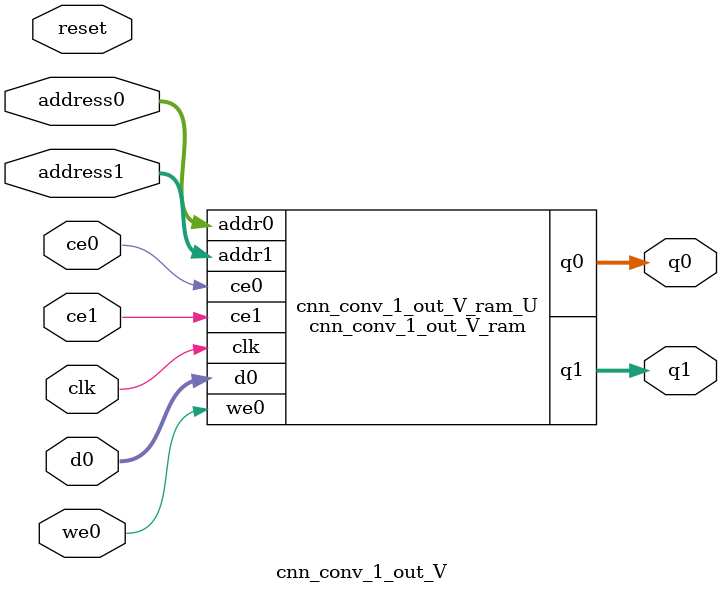
<source format=v>
`timescale 1 ns / 1 ps
module cnn_conv_1_out_V_ram (addr0, ce0, d0, we0, q0, addr1, ce1, q1,  clk);

parameter DWIDTH = 14;
parameter AWIDTH = 12;
parameter MEM_SIZE = 4056;

input[AWIDTH-1:0] addr0;
input ce0;
input[DWIDTH-1:0] d0;
input we0;
output reg[DWIDTH-1:0] q0;
input[AWIDTH-1:0] addr1;
input ce1;
output reg[DWIDTH-1:0] q1;
input clk;

(* ram_style = "block" *)reg [DWIDTH-1:0] ram[0:MEM_SIZE-1];




always @(posedge clk)  
begin 
    if (ce0) 
    begin
        if (we0) 
        begin 
            ram[addr0] <= d0; 
        end 
        q0 <= ram[addr0];
    end
end


always @(posedge clk)  
begin 
    if (ce1) 
    begin
        q1 <= ram[addr1];
    end
end


endmodule

`timescale 1 ns / 1 ps
module cnn_conv_1_out_V(
    reset,
    clk,
    address0,
    ce0,
    we0,
    d0,
    q0,
    address1,
    ce1,
    q1);

parameter DataWidth = 32'd14;
parameter AddressRange = 32'd4056;
parameter AddressWidth = 32'd12;
input reset;
input clk;
input[AddressWidth - 1:0] address0;
input ce0;
input we0;
input[DataWidth - 1:0] d0;
output[DataWidth - 1:0] q0;
input[AddressWidth - 1:0] address1;
input ce1;
output[DataWidth - 1:0] q1;



cnn_conv_1_out_V_ram cnn_conv_1_out_V_ram_U(
    .clk( clk ),
    .addr0( address0 ),
    .ce0( ce0 ),
    .we0( we0 ),
    .d0( d0 ),
    .q0( q0 ),
    .addr1( address1 ),
    .ce1( ce1 ),
    .q1( q1 ));

endmodule


</source>
